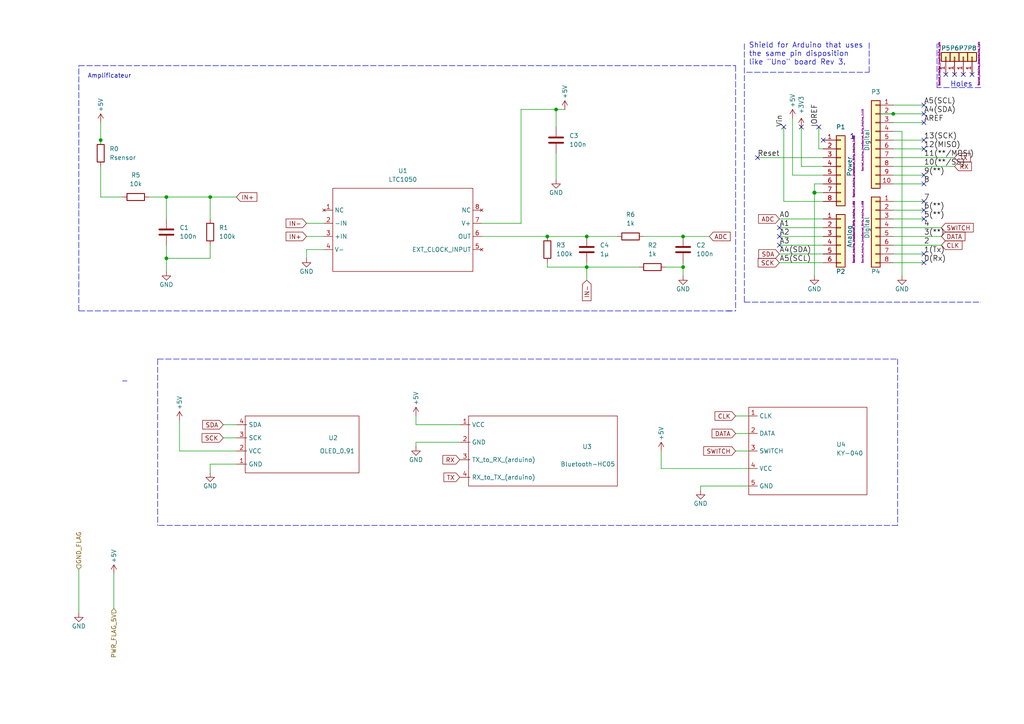
<source format=kicad_sch>
(kicad_sch (version 20211123) (generator eeschema)
  (paper "A4")
  (title_block (date "lun. 30 mars 2015"))
  (lib_symbols
    (symbol "Connector_Generic:Conn_01x01" (pin_names (offset 1.016) hide)
      (property "Reference" "J" (at 0 2.54 0))
      (property "Value" "Conn_01x01" (at 0 -2.54 0))
      (symbol "Conn_01x01_1_1"
        (rectangle (start -1.27 0.127) (end 0 -0.127) (stroke (width 0.1524)))
        (rectangle (start -1.27 1.27) (end 1.27 -1.27) (stroke (width 0.254)) (fill (type background)))
        (pin passive line (at -5.08 0 0) (length 3.81) (name "Pin_1") (number "1"))
      )
    )
    (symbol "Connector_Generic:Conn_01x06" (pin_names (offset 1.016) hide)
      (property "Reference" "J" (at 0 7.62 0))
      (property "Value" "Conn_01x06" (at 0 -10.16 0))
      (symbol "Conn_01x06_1_1"
        (rectangle (start -1.27 -7.493) (end 0 -7.747) (stroke (width 0.1524)))
        (rectangle (start -1.27 -4.953) (end 0 -5.207) (stroke (width 0.1524)))
        (rectangle (start -1.27 -2.413) (end 0 -2.667) (stroke (width 0.1524)))
        (rectangle (start -1.27 0.127) (end 0 -0.127) (stroke (width 0.1524)))
        (rectangle (start -1.27 2.667) (end 0 2.413) (stroke (width 0.1524)))
        (rectangle (start -1.27 5.207) (end 0 4.953) (stroke (width 0.1524)))
        (rectangle (start -1.27 6.35) (end 1.27 -8.89) (stroke (width 0.254)) (fill (type background)))
        (pin passive line (at -5.08 5.08 0) (length 3.81) (name "Pin_1") (number "1"))
        (pin passive line (at -5.08 2.54 0) (length 3.81) (name "Pin_2") (number "2"))
        (pin passive line (at -5.08 0 0) (length 3.81) (name "Pin_3") (number "3"))
        (pin passive line (at -5.08 -2.54 0) (length 3.81) (name "Pin_4") (number "4"))
        (pin passive line (at -5.08 -5.08 0) (length 3.81) (name "Pin_5") (number "5"))
        (pin passive line (at -5.08 -7.62 0) (length 3.81) (name "Pin_6") (number "6"))
      )
    )
    (symbol "Connector_Generic:Conn_01x08" (pin_names (offset 1.016) hide)
      (property "Reference" "J" (at 0 10.16 0))
      (property "Value" "Conn_01x08" (at 0 -12.7 0))
      (symbol "Conn_01x08_1_1"
        (rectangle (start -1.27 -10.033) (end 0 -10.287) (stroke (width 0.1524)))
        (rectangle (start -1.27 -7.493) (end 0 -7.747) (stroke (width 0.1524)))
        (rectangle (start -1.27 -4.953) (end 0 -5.207) (stroke (width 0.1524)))
        (rectangle (start -1.27 -2.413) (end 0 -2.667) (stroke (width 0.1524)))
        (rectangle (start -1.27 0.127) (end 0 -0.127) (stroke (width 0.1524)))
        (rectangle (start -1.27 2.667) (end 0 2.413) (stroke (width 0.1524)))
        (rectangle (start -1.27 5.207) (end 0 4.953) (stroke (width 0.1524)))
        (rectangle (start -1.27 7.747) (end 0 7.493) (stroke (width 0.1524)))
        (rectangle (start -1.27 8.89) (end 1.27 -11.43) (stroke (width 0.254)) (fill (type background)))
        (pin passive line (at -5.08 7.62 0) (length 3.81) (name "Pin_1") (number "1"))
        (pin passive line (at -5.08 5.08 0) (length 3.81) (name "Pin_2") (number "2"))
        (pin passive line (at -5.08 2.54 0) (length 3.81) (name "Pin_3") (number "3"))
        (pin passive line (at -5.08 0 0) (length 3.81) (name "Pin_4") (number "4"))
        (pin passive line (at -5.08 -2.54 0) (length 3.81) (name "Pin_5") (number "5"))
        (pin passive line (at -5.08 -5.08 0) (length 3.81) (name "Pin_6") (number "6"))
        (pin passive line (at -5.08 -7.62 0) (length 3.81) (name "Pin_7") (number "7"))
        (pin passive line (at -5.08 -10.16 0) (length 3.81) (name "Pin_8") (number "8"))
      )
    )
    (symbol "Connector_Generic:Conn_01x10" (pin_names (offset 1.016) hide)
      (property "Reference" "J" (at 0 12.7 0))
      (property "Value" "Conn_01x10" (at 0 -15.24 0))
      (symbol "Conn_01x10_1_1"
        (rectangle (start -1.27 -12.573) (end 0 -12.827) (stroke (width 0.1524)))
        (rectangle (start -1.27 -10.033) (end 0 -10.287) (stroke (width 0.1524)))
        (rectangle (start -1.27 -7.493) (end 0 -7.747) (stroke (width 0.1524)))
        (rectangle (start -1.27 -4.953) (end 0 -5.207) (stroke (width 0.1524)))
        (rectangle (start -1.27 -2.413) (end 0 -2.667) (stroke (width 0.1524)))
        (rectangle (start -1.27 0.127) (end 0 -0.127) (stroke (width 0.1524)))
        (rectangle (start -1.27 2.667) (end 0 2.413) (stroke (width 0.1524)))
        (rectangle (start -1.27 5.207) (end 0 4.953) (stroke (width 0.1524)))
        (rectangle (start -1.27 7.747) (end 0 7.493) (stroke (width 0.1524)))
        (rectangle (start -1.27 10.287) (end 0 10.033) (stroke (width 0.1524)))
        (rectangle (start -1.27 11.43) (end 1.27 -13.97) (stroke (width 0.254)) (fill (type background)))
        (pin passive line (at -5.08 10.16 0) (length 3.81) (name "Pin_1") (number "1"))
        (pin passive line (at -5.08 -12.7 0) (length 3.81) (name "Pin_10") (number "10"))
        (pin passive line (at -5.08 7.62 0) (length 3.81) (name "Pin_2") (number "2"))
        (pin passive line (at -5.08 5.08 0) (length 3.81) (name "Pin_3") (number "3"))
        (pin passive line (at -5.08 2.54 0) (length 3.81) (name "Pin_4") (number "4"))
        (pin passive line (at -5.08 0 0) (length 3.81) (name "Pin_5") (number "5"))
        (pin passive line (at -5.08 -2.54 0) (length 3.81) (name "Pin_6") (number "6"))
        (pin passive line (at -5.08 -5.08 0) (length 3.81) (name "Pin_7") (number "7"))
        (pin passive line (at -5.08 -7.62 0) (length 3.81) (name "Pin_8") (number "8"))
        (pin passive line (at -5.08 -10.16 0) (length 3.81) (name "Pin_9") (number "9"))
      )
    )
    (symbol "Device:C" (pin_numbers hide) (pin_names (offset 0.254))
      (property "Reference" "C" (at 0.635 2.54 0))
      (property "Value" "C" (at 0.635 -2.54 0))
      (symbol "C_0_1"
        (polyline (pts (xy -2.032 -0.762) (xy 2.032 -0.762)) (stroke (width 0.508)))
        (polyline (pts (xy -2.032 0.762) (xy 2.032 0.762)) (stroke (width 0.508)))
      )
      (symbol "C_1_1"
        (pin passive line (at 0 3.81 270) (length 2.794) (name "~") (number "1"))
        (pin passive line (at 0 -3.81 90) (length 2.794) (name "~") (number "2"))
      )
    )
    (symbol "Device:R" (pin_numbers hide) (pin_names (offset 0))
      (property "Reference" "R" (at 2.032 0 90))
      (property "Value" "R" (at 0 0 90))
      (symbol "R_0_1"
        (rectangle (start -1.016 -2.54) (end 1.016 2.54) (stroke (width 0.254)))
      )
      (symbol "R_1_1"
        (pin passive line (at 0 3.81 270) (length 1.27) (name "~") (number "1"))
        (pin passive line (at 0 -3.81 90) (length 1.27) (name "~") (number "2"))
      )
    )
    (symbol "Librairie_Projet_Graphene:Bluetooth-HC05"
      (property "Reference" "U3" (at 0 0 0))
      (property "Value" "Bluetooth-HC05" (at 0 -2.54 0))
      (symbol "Bluetooth-HC05_0_1"
        (rectangle (start -21.59 -3.81) (end 21.59 -24.13))
      )
      (symbol "Bluetooth-HC05_1_1"
        (pin input line (at -24.13 -6.35 0) (length 3) (name "VCC") (number "1"))
        (pin input line (at -24.13 -11.43 0) (length 3) (name "GND") (number "2"))
        (pin input line (at -24.13 -16.51 0) (length 3) (name "TX_to_RX_(arduino)") (number "3"))
        (pin input line (at -24.13 -21.59 0) (length 3) (name "RX_to_TX_(arduino)") (number "4"))
      )
    )
    (symbol "Librairie_Projet_Graphene:KY-040"
      (property "Reference" "U4" (at 19.05 -0.6349 0))
      (property "Value" "KY-040" (at 19.05 -3.1749 0))
      (symbol "KY-040_0_1"
        (rectangle (start -6.35 10.16) (end 27.94 -15.24))
      )
      (symbol "KY-040_1_1"
        (pin input line (at -6.35 7.62 0) (length 2.54) (name "CLK") (number "1"))
        (pin input line (at -6.35 2.54 0) (length 2.54) (name "DATA") (number "2"))
        (pin input line (at -6.35 -2.54 0) (length 2.54) (name "SWITCH") (number "3"))
        (pin input line (at -6.35 -7.62 0) (length 2.54) (name "VCC") (number "4"))
        (pin input line (at -6.35 -12.7 0) (length 2.54) (name "GND") (number "5"))
      )
    )
    (symbol "Librairie_Projet_Graphene:LTC1050"
      (property "Reference" "U1" (at 17.78 5.08 0))
      (property "Value" "LTC1050" (at 17.78 2.54 0))
      (symbol "LTC1050_0_1"
        (rectangle (start -3.81 1.27) (end 36.83 -22.86))
      )
      (symbol "LTC1050_1_1"
        (pin no_connect line (at -6.35 -5.08 0) (length 2.54) (name "NC") (number "1"))
        (pin input line (at -6.35 -8.89 0) (length 2.54) (name "-IN") (number "2"))
        (pin input line (at -6.35 -12.7 0) (length 2.54) (name "+IN") (number "3"))
        (pin input line (at -6.35 -16.51 0) (length 2.54) (name "V-") (number "4"))
        (pin no_connect line (at 39.37 -16.51 180) (length 2.54) (name "EXT_CLOCK_INPUT") (number "5"))
        (pin output line (at 39.37 -12.7 180) (length 2.54) (name "OUT") (number "6"))
        (pin input line (at 39.37 -8.89 180) (length 2.54) (name "V+") (number "7"))
        (pin no_connect line (at 39.37 -5.08 180) (length 2.54) (name "NC") (number "8"))
      )
    )
    (symbol "Librairie_Projet_Graphene:OLED_0.91"
      (property "Reference" "U2" (at 7.62 -7.62 0))
      (property "Value" "OLED_0.91" (at 7.62 -11.43 0))
      (symbol "OLED_0.91_0_1"
        (rectangle (start 16.51 -19.05) (end -16.51 -2.54))
      )
      (symbol "OLED_0.91_1_1"
        (pin input line (at -19.05 -16.51 0) (length 3) (name "GND") (number "1"))
        (pin input line (at -19.05 -12.7 0) (length 3) (name "VCC") (number "2"))
        (pin input line (at -19.05 -8.89 0) (length 3) (name "SCK") (number "3"))
        (pin input line (at -19.05 -5.08 0) (length 3) (name "SDA") (number "4"))
      )
    )
    (symbol "power:+3.3V" (power) (pin_names (offset 0))
      (property "Value" "+3.3V" (at 0 3.556 0))
      (symbol "+3.3V_0_1"
        (polyline (pts (xy -0.762 1.27) (xy 0 2.54)))
        (polyline (pts (xy 0 0) (xy 0 2.54)))
        (polyline (pts (xy 0 2.54) (xy 0.762 1.27)))
      )
      (symbol "+3.3V_1_1"
        (pin power_in line (at 0 0 90) (length 0) hide (name "+3V3") (number "1"))
      )
    )
    (symbol "power:+5V" (power) (pin_names (offset 0))
      (property "Value" "+5V" (at 0 3.556 0))
      (symbol "+5V_0_1"
        (polyline (pts (xy -0.762 1.27) (xy 0 2.54)))
        (polyline (pts (xy 0 0) (xy 0 2.54)))
        (polyline (pts (xy 0 2.54) (xy 0.762 1.27)))
      )
      (symbol "+5V_1_1"
        (pin power_in line (at 0 0 90) (length 0) hide (name "+5V") (number "1"))
      )
    )
    (symbol "power:GND" (power) (pin_names (offset 0))
      (property "Value" "GND" (at 0 -3.81 0))
      (symbol "GND_0_1"
        (polyline (pts (xy 0 0) (xy 0 -1.27) (xy 1.27 -1.27) (xy 0 -2.54) (xy -1.27 -1.27) (xy 0 -1.27)))
      )
      (symbol "GND_1_1"
        (pin power_in line (at 0 0 270) (length 0) hide (name "GND") (number "1"))
      )
    )
  )
  (junction (at 48.26 57.15))
  (junction (at 198.12 77.47))
  (junction (at 161.29 31.75))
  (junction (at 60.96 57.15))
  (junction (at 29.21 40.64))
  (junction (at 170.18 68.58))
  (junction (at 170.18 77.47))
  (junction (at 48.26 74.93))
  (junction (at 259.08 33.02))
  (junction (at 198.12 68.58))
  (junction (at 158.75 68.58))
  (junction (at 236.22 55.88) (diameter 1.016))
  (no_connect (at 232.41 36.83))
  (no_connect (at 237.49 36.83))
  (no_connect (at 219.71 45.72))
  (no_connect (at 279.4 21.59))
  (no_connect (at 274.32 21.59))
  (no_connect (at 267.97 30.48))
  (no_connect (at 267.97 33.02))
  (no_connect (at 267.97 35.56))
  (no_connect (at 267.97 40.64))
  (no_connect (at 227.33 36.83))
  (no_connect (at 267.97 58.42))
  (no_connect (at 267.97 60.96))
  (no_connect (at 267.97 63.5))
  (no_connect (at 267.97 43.18))
  (no_connect (at 267.97 50.8))
  (no_connect (at 267.97 53.34))
  (no_connect (at 267.97 73.66))
  (no_connect (at 267.97 76.2))
  (no_connect (at 226.06 71.12))
  (no_connect (at 226.06 68.58))
  (no_connect (at 226.06 66.04))
  (no_connect (at 276.86 21.59))
  (no_connect (at 281.94 21.59))
  (no_connect (at 238.76 40.64))
  (wire (pts (xy 88.9 68.58) (xy 93.98 68.58)))
  (wire (pts (xy 198.12 68.58) (xy 205.74 68.58)))
  (wire (pts (xy 238.76 48.26) (xy 232.41 48.26)))
  (wire (pts (xy 238.76 71.12) (xy 226.06 71.12)))
  (wire (pts (xy 255.27 33.02) (xy 259.08 33.02)))
  (wire (pts (xy 151.13 31.75) (xy 151.13 64.77)))
  (wire (pts (xy 151.13 64.77) (xy 139.7 64.77)))
  (wire (pts (xy 259.08 33.02) (xy 267.97 33.02)))
  (wire (pts (xy 170.18 76.2) (xy 170.18 77.47)))
  (polyline (pts (xy 252.095 20.955) (xy 252.095 12.065)) (stroke (width 0) (type dash)))
  (wire (pts (xy 139.7 68.58) (xy 158.75 68.58)))
  (wire (pts (xy 161.29 31.75) (xy 151.13 31.75)))
  (wire (pts (xy 213.36 125.73) (xy 217.17 125.73)))
  (polyline (pts (xy 210.82 90.17) (xy 213.36 90.17)))
  (wire (pts (xy 60.96 134.62) (xy 60.96 137.16)))
  (wire (pts (xy 259.08 63.5) (xy 267.97 63.5)))
  (wire (pts (xy 203.2 140.97) (xy 217.17 140.97)))
  (wire (pts (xy 29.21 40.64) (xy 29.21 41.91)))
  (wire (pts (xy 88.9 64.77) (xy 93.98 64.77)))
  (polyline (pts (xy 260.35 104.14) (xy 260.35 152.4)))
  (wire (pts (xy 203.2 142.24) (xy 203.2 140.97)))
  (wire (pts (xy 186.69 68.58) (xy 198.12 68.58)))
  (polyline (pts (xy 45.72 104.14) (xy 45.72 152.4)))
  (wire (pts (xy 161.29 44.45) (xy 161.29 52.07)))
  (wire (pts (xy 236.22 53.34) (xy 236.22 55.88)))
  (wire (pts (xy 259.08 43.18) (xy 267.97 43.18)))
  (wire (pts (xy 261.62 38.1) (xy 261.62 80.01)))
  (wire (pts (xy 238.76 53.34) (xy 236.22 53.34)))
  (wire (pts (xy 158.75 77.47) (xy 170.18 77.47)))
  (wire (pts (xy 29.21 48.26) (xy 29.21 57.15)))
  (wire (pts (xy 198.12 76.2) (xy 198.12 77.47)))
  (wire (pts (xy 88.9 72.39) (xy 88.9 74.93)))
  (wire (pts (xy 60.96 63.5) (xy 60.96 57.15)))
  (wire (pts (xy 213.36 130.81) (xy 217.17 130.81)))
  (wire (pts (xy 22.86 165.1) (xy 22.86 177.8)))
  (wire (pts (xy 158.75 68.58) (xy 170.18 68.58)))
  (wire (pts (xy 259.08 53.34) (xy 267.97 53.34)))
  (wire (pts (xy 237.49 43.18) (xy 238.76 43.18)))
  (wire (pts (xy 238.76 50.8) (xy 229.87 50.8)))
  (wire (pts (xy 48.26 74.93) (xy 48.26 78.74)))
  (wire (pts (xy 259.08 40.64) (xy 267.97 40.64)))
  (wire (pts (xy 259.08 58.42) (xy 267.97 58.42)))
  (wire (pts (xy 238.76 66.04) (xy 226.06 66.04)))
  (wire (pts (xy 120.65 129.54) (xy 120.65 128.27)))
  (wire (pts (xy 43.18 57.15) (xy 48.26 57.15)))
  (wire (pts (xy 48.26 71.12) (xy 48.26 74.93)))
  (wire (pts (xy 259.08 71.12) (xy 273.05 71.12)))
  (wire (pts (xy 133.35 123.19) (xy 120.65 123.19)))
  (polyline (pts (xy 35.56 110.49) (xy 36.83 110.49)))
  (polyline (pts (xy 22.86 90.17) (xy 22.86 19.05)))
  (wire (pts (xy 238.76 58.42) (xy 227.33 58.42)))
  (wire (pts (xy 48.26 57.15) (xy 48.26 63.5)))
  (wire (pts (xy 48.26 57.15) (xy 60.96 57.15)))
  (polyline (pts (xy 22.86 19.05) (xy 213.36 19.05)))
  (wire (pts (xy 170.18 68.58) (xy 179.07 68.58)))
  (polyline (pts (xy 212.09 90.17) (xy 22.86 90.17)))
  (wire (pts (xy 238.76 63.5) (xy 226.06 63.5)))
  (wire (pts (xy 259.08 30.48) (xy 267.97 30.48)))
  (wire (pts (xy 29.21 35.56) (xy 29.21 40.64)))
  (wire (pts (xy 259.08 45.72) (xy 276.86 45.72)))
  (wire (pts (xy 238.76 73.66) (xy 226.06 73.66)))
  (wire (pts (xy 68.58 130.81) (xy 52.07 130.81)))
  (polyline (pts (xy 284.48 25.4) (xy 271.78 25.4)) (stroke (width 0) (type dash)))
  (wire (pts (xy 120.65 123.19) (xy 120.65 120.65)))
  (wire (pts (xy 238.76 45.72) (xy 219.71 45.72)))
  (wire (pts (xy 93.98 72.39) (xy 88.9 72.39)))
  (wire (pts (xy 259.08 38.1) (xy 261.62 38.1)))
  (wire (pts (xy 238.76 55.88) (xy 236.22 55.88)))
  (wire (pts (xy 259.08 50.8) (xy 267.97 50.8)))
  (wire (pts (xy 64.77 127) (xy 68.58 127)))
  (wire (pts (xy 161.29 31.75) (xy 163.83 31.75)))
  (wire (pts (xy 236.22 55.88) (xy 236.22 80.01)))
  (wire (pts (xy 120.65 128.27) (xy 133.35 128.27)))
  (wire (pts (xy 227.33 58.42) (xy 227.33 36.83)))
  (wire (pts (xy 170.18 77.47) (xy 185.42 77.47)))
  (polyline (pts (xy 215.9 87.63) (xy 284.48 87.63)) (stroke (width 0) (type dash)))
  (wire (pts (xy 259.08 68.58) (xy 273.05 68.58)))
  (wire (pts (xy 52.07 130.81) (xy 52.07 121.92)))
  (wire (pts (xy 238.76 76.2) (xy 226.06 76.2)))
  (wire (pts (xy 64.77 123.19) (xy 68.58 123.19)))
  (wire (pts (xy 217.17 135.89) (xy 191.77 135.89)))
  (wire (pts (xy 259.08 73.66) (xy 267.97 73.66)))
  (polyline (pts (xy 271.78 25.4) (xy 271.78 12.7)) (stroke (width 0) (type dash)))
  (wire (pts (xy 161.29 31.75) (xy 161.29 36.83)))
  (wire (pts (xy 29.21 57.15) (xy 35.56 57.15)))
  (wire (pts (xy 259.08 60.96) (xy 267.97 60.96)))
  (polyline (pts (xy 260.35 152.4) (xy 45.72 152.4)))
  (wire (pts (xy 229.87 50.8) (xy 229.87 34.29)))
  (wire (pts (xy 68.58 134.62) (xy 60.96 134.62)))
  (polyline (pts (xy 213.36 19.05) (xy 213.36 90.17)))
  (wire (pts (xy 33.02 166.37) (xy 33.02 176.53)))
  (polyline (pts (xy 45.72 104.14) (xy 260.35 104.14)))
  (wire (pts (xy 60.96 71.12) (xy 60.96 74.93)))
  (wire (pts (xy 259.08 66.04) (xy 273.05 66.04)))
  (wire (pts (xy 259.08 35.56) (xy 267.97 35.56)))
  (polyline (pts (xy 215.9 12.7) (xy 215.9 87.63)) (stroke (width 0) (type dash)))
  (wire (pts (xy 158.75 76.2) (xy 158.75 77.47)))
  (wire (pts (xy 213.36 120.65) (xy 217.17 120.65)))
  (wire (pts (xy 170.18 77.47) (xy 170.18 81.28)))
  (wire (pts (xy 193.04 77.47) (xy 198.12 77.47)))
  (wire (pts (xy 60.96 57.15) (xy 68.58 57.15)))
  (wire (pts (xy 232.41 48.26) (xy 232.41 36.83)))
  (wire (pts (xy 237.49 36.83) (xy 237.49 43.18)))
  (wire (pts (xy 259.08 76.2) (xy 267.97 76.2)))
  (wire (pts (xy 259.08 48.26) (xy 276.86 48.26)))
  (wire (pts (xy 48.26 74.93) (xy 60.96 74.93)))
  (wire (pts (xy 191.77 135.89) (xy 191.77 130.81)))
  (wire (pts (xy 238.76 68.58) (xy 226.06 68.58)))
  (polyline (pts (xy 216.535 20.955) (xy 252.095 20.955)) (stroke (width 0) (type dash)))
  (wire (pts (xy 198.12 77.47) (xy 198.12 80.01)))
  (text "Holes" (at 275.59 25.4 0) (effects (font (size 1.524 1.524)) (justify left bottom)))
  (text "Shield for Arduino that uses\nthe same pin disposition\nlike \"Uno\" board Rev 3." (at 217.17 19.05 0) (effects (font (size 1.524 1.524)) (justify left bottom)))
  (text "Amplificateur\n" (at 25.4 22.86 0) (effects (font (size 1.27 1.27)) (justify left bottom)))
  (text "1" (at 246.38 40.64 0) (effects (font (size 1.524 1.524)) (justify left bottom)))
  (label "Vin" (at 227.33 36.83 90) (effects (font (size 1.524 1.524))))
  (label "0(Rx)" (at 267.97 76.2 0) (effects (font (size 1.524 1.524))))
  (label "A4(SDA)" (at 226.06 73.66 0) (effects (font (size 1.524 1.524))))
  (label "4" (at 267.97 66.04 0) (effects (font (size 1.524 1.524))))
  (label "5(**)" (at 267.97 63.5 0) (effects (font (size 1.524 1.524))))
  (label "A2" (at 226.06 68.58 0) (effects (font (size 1.524 1.524))))
  (label "A5(SCL)" (at 226.06 76.2 0) (effects (font (size 1.524 1.524))))
  (label "A0" (at 226.06 63.5 0) (effects (font (size 1.524 1.524))))
  (label "A1" (at 226.06 66.04 0) (effects (font (size 1.524 1.524))))
  (label "10(**/SS)" (at 267.97 48.26 0) (effects (font (size 1.524 1.524))))
  (label "13(SCK)" (at 267.97 40.64 0) (effects (font (size 1.524 1.524))))
  (label "7" (at 267.97 58.42 0) (effects (font (size 1.524 1.524))))
  (label "A4(SDA)" (at 267.97 33.02 0) (effects (font (size 1.524 1.524))))
  (label "A3" (at 226.06 71.12 0) (effects (font (size 1.524 1.524))))
  (label "Reset" (at 219.71 45.72 0) (effects (font (size 1.524 1.524))))
  (label "2" (at 267.97 71.12 0) (effects (font (size 1.524 1.524))))
  (label "12(MISO)" (at 267.97 43.18 0) (effects (font (size 1.524 1.524))))
  (label "3(**)" (at 267.97 68.58 0) (effects (font (size 1.524 1.524))))
  (label "9(**)" (at 267.97 50.8 0) (effects (font (size 1.524 1.524))))
  (label "8" (at 267.97 53.34 0) (effects (font (size 1.524 1.524))))
  (label "A5(SCL)" (at 267.97 30.48 0) (effects (font (size 1.524 1.524))))
  (label "IOREF" (at 237.49 36.83 90) (effects (font (size 1.524 1.524))))
  (label "AREF" (at 267.97 35.56 0) (effects (font (size 1.524 1.524))))
  (label "11(**/MOSI)" (at 267.97 45.72 0) (effects (font (size 1.524 1.524))))
  (label "1(Tx)" (at 267.97 73.66 0) (effects (font (size 1.524 1.524))))
  (label "6(**)" (at 267.97 60.96 0) (effects (font (size 1.524 1.524))))
  (global_label "SDA" (shape input) (at 226.06 73.66 180) (property "Intersheet References" "${INTERSHEET_REFS}" (effects hide)))
  (global_label "RX" (shape input) (at 133.35 133.35 180) (property "Intersheet References" "${INTERSHEET_REFS}" (effects hide)))
  (global_label "TX" (shape input) (at 276.86 45.72 0) (property "Intersheet References" "${INTERSHEET_REFS}" (effects hide)))
  (global_label "DATA" (shape input) (at 213.36 125.73 180) (property "Intersheet References" "${INTERSHEET_REFS}" (effects hide)))
  (global_label "SWITCH" (shape input) (at 213.36 130.81 180) (property "Intersheet References" "${INTERSHEET_REFS}" (effects hide)))
  (global_label "DATA" (shape input) (at 273.05 68.58 0) (property "Intersheet References" "${INTERSHEET_REFS}" (effects hide)))
  (global_label "ADC" (shape input) (at 205.74 68.58 0) (property "Intersheet References" "${INTERSHEET_REFS}" (effects hide)))
  (global_label "SWITCH" (shape input) (at 273.05 66.04 0) (property "Intersheet References" "${INTERSHEET_REFS}" (effects hide)))
  (global_label "SCK" (shape input) (at 64.77 127 180) (property "Intersheet References" "${INTERSHEET_REFS}" (effects hide)))
  (global_label "ADC" (shape input) (at 226.06 63.5 180) (property "Intersheet References" "${INTERSHEET_REFS}" (effects hide)))
  (global_label "IN+" (shape input) (at 68.58 57.15 0) (property "Intersheet References" "${INTERSHEET_REFS}" (effects hide)))
  (global_label "CLK" (shape input) (at 213.36 120.65 180) (property "Intersheet References" "${INTERSHEET_REFS}" (effects hide)))
  (global_label "IN-" (shape input) (at 88.9 64.77 180) (property "Intersheet References" "${INTERSHEET_REFS}" (effects hide)))
  (global_label "TX" (shape input) (at 133.35 138.43 180) (property "Intersheet References" "${INTERSHEET_REFS}" (effects hide)))
  (global_label "RX" (shape input) (at 276.86 48.26 0) (property "Intersheet References" "${INTERSHEET_REFS}" (effects hide)))
  (global_label "IN+" (shape input) (at 88.9 68.58 180) (property "Intersheet References" "${INTERSHEET_REFS}" (effects hide)))
  (global_label "SDA" (shape input) (at 64.77 123.19 180) (property "Intersheet References" "${INTERSHEET_REFS}" (effects hide)))
  (global_label "IN-" (shape input) (at 170.18 81.28 270) (property "Intersheet References" "${INTERSHEET_REFS}" (effects hide)))
  (global_label "CLK" (shape input) (at 273.05 71.12 0) (property "Intersheet References" "${INTERSHEET_REFS}" (effects hide)))
  (global_label "SCK" (shape input) (at 226.06 76.2 180) (property "Intersheet References" "${INTERSHEET_REFS}" (effects hide)))
  (hierarchical_label "PWR_FLAG_5V" (shape input) (at 33.02 176.53 270))
  (hierarchical_label "GND_FLAG" (shape input) (at 22.86 165.1 90))
  (symbol (lib_id "Connector_Generic:Conn_01x08") (at 243.84 48.26 0) (unit 1)
    (property "Reference" "P1" (at 243.84 36.83 0))
    (property "Value" "Power" (at 246.38 48.26 90))
    (property "Footprint" "Socket_Arduino_Uno:Socket_Strip_Arduino_1x08" (at 247.65 48.26 90) (effects (font (size 0.508 0.508))))
  )
  (symbol (lib_id "power:+3.3V") (at 232.41 36.83 0) (unit 1)
    (property "Reference" "#PWR01" (effects hide))
    (property "Value" "+3.3V" (at 232.41 30.48 90))
  )
  (symbol (lib_id "power:+5V") (at 229.87 34.29 0) (unit 1)
    (property "Reference" "#PWR02" (effects hide))
    (property "Value" "+5V" (at 229.87 29.21 90))
  )
  (symbol (lib_id "power:GND") (at 236.22 80.01 0) (unit 1)
    (property "Reference" "#PWR03" (effects hide))
    (property "Value" "GND" (at 236.22 83.82 0))
  )
  (symbol (lib_id "power:GND") (at 261.62 80.01 0) (unit 1)
    (property "Reference" "#PWR04" (effects hide))
    (property "Value" "GND" (at 261.62 83.82 0))
  )
  (symbol (lib_id "Connector_Generic:Conn_01x06") (at 243.84 68.58 0) (unit 1)
    (property "Reference" "P2" (at 243.84 78.74 0))
    (property "Value" "Analog" (at 246.38 68.58 90))
    (property "Footprint" "Socket_Arduino_Uno:Socket_Strip_Arduino_1x06" (at 247.65 67.31 90) (effects (font (size 0.508 0.508))))
  )
  (symbol (lib_id "Connector_Generic:Conn_01x01") (at 274.32 16.51 90) (unit 1)
    (property "Reference" "P5" (at 274.32 13.97 90))
    (property "Value" "CONN_01X01" (effects hide))
    (property "Footprint" "Socket_Arduino_Uno:Arduino_1pin" (at 272.4404 18.5166 0) (effects (font (size 0.508 0.508))))
  )
  (symbol (lib_id "Connector_Generic:Conn_01x01") (at 276.86 16.51 90) (unit 1)
    (property "Reference" "P6" (at 276.86 13.97 90))
    (property "Value" "CONN_01X01" (effects hide))
    (property "Footprint" "Socket_Arduino_Uno:Arduino_1pin" (effects hide))
  )
  (symbol (lib_id "Connector_Generic:Conn_01x01") (at 279.4 16.51 90) (unit 1)
    (property "Reference" "P7" (at 279.4 13.97 90))
    (property "Value" "CONN_01X01" (effects hide))
    (property "Footprint" "Socket_Arduino_Uno:Arduino_1pin" (effects hide))
  )
  (symbol (lib_id "Connector_Generic:Conn_01x01") (at 281.94 16.51 90) (unit 1)
    (property "Reference" "P8" (at 281.94 13.97 90))
    (property "Value" "CONN_01X01" (effects hide))
    (property "Footprint" "Socket_Arduino_Uno:Arduino_1pin" (at 283.9212 18.4404 0) (effects (font (size 0.508 0.508))))
  )
  (symbol (lib_id "Connector_Generic:Conn_01x08") (at 254 66.04 0) (mirror y) (unit 1)
    (property "Reference" "P4" (at 254 78.74 0))
    (property "Value" "Digital" (at 251.46 66.04 90))
    (property "Footprint" "Socket_Arduino_Uno:Socket_Strip_Arduino_1x08" (at 250.19 67.31 90) (effects (font (size 0.508 0.508))))
  )
  (symbol (lib_id "Connector_Generic:Conn_01x10") (at 254 40.64 0) (mirror y) (unit 1)
    (property "Reference" "P3" (at 254 26.67 0))
    (property "Value" "Digital" (at 251.46 40.64 90))
    (property "Footprint" "Socket_Arduino_Uno:Socket_Strip_Arduino_1x10" (at 250.19 40.64 90) (effects (font (size 0.508 0.508))))
  )
  (symbol (lib_id "power:GND") (at 88.9 74.93 0) (unit 1)
    (property "Reference" "#PWR0106" (effects hide))
    (property "Value" "GND" (at 88.9 78.74 0))
  )
  (symbol (lib_id "power:+5V") (at 52.07 121.92 0) (unit 1)
    (property "Reference" "#PWR0108" (effects hide))
    (property "Value" "+5V" (at 52.07 116.84 90))
  )
  (symbol (lib_id "Device:C") (at 161.29 40.64 0) (unit 1)
    (property "Reference" "C3" (at 165.1 39.3699 0) (effects (justify left)))
    (property "Value" "100n" (at 165.1 41.9099 0) (effects (justify left)))
    (property "Footprint" "Capacitor_THT:C_Disc_D7.5mm_W5.0mm_P5.00mm" (effects hide))
  )
  (symbol (lib_id "power:GND") (at 120.65 129.54 0) (unit 1)
    (property "Reference" "#PWR0114" (effects hide))
    (property "Value" "GND" (at 120.65 133.35 0))
  )
  (symbol (lib_id "Device:R") (at 158.75 72.39 0) (unit 1)
    (property "Reference" "R3" (at 161.29 71.1199 0) (effects (justify left)))
    (property "Value" "100k" (at 161.29 73.6599 0) (effects (justify left)))
    (property "Footprint" "Resistor_THT:R_Axial_DIN0204_L3.6mm_D1.6mm_P7.62mm_Horizontal" (effects hide))
  )
  (symbol (lib_id "Device:R") (at 60.96 67.31 180) (unit 1)
    (property "Reference" "R1" (at 63.5 66.0399 0) (effects (justify right)))
    (property "Value" "100k" (at 63.5 68.5799 0) (effects (justify right)))
    (property "Footprint" "Resistor_THT:R_Axial_DIN0204_L3.6mm_D1.6mm_P7.62mm_Horizontal" (effects hide))
  )
  (symbol (lib_id "Device:C") (at 198.12 72.39 0) (unit 1)
    (property "Reference" "C2" (at 201.93 71.1199 0) (effects (justify left)))
    (property "Value" "100n" (at 201.93 73.6599 0) (effects (justify left)))
    (property "Footprint" "Capacitor_THT:C_Disc_D7.5mm_W5.0mm_P5.00mm" (effects hide))
  )
  (symbol (lib_id "Librairie_Projet_Graphene:Bluetooth-HC05") (at 157.48 116.84 0) (unit 1)
    (property "Reference" "U3" (at 168.91 129.54 0) (effects (justify left)))
    (property "Value" "Bluetooth-HC05" (at 162.56 134.62 0) (effects (justify left)))
    (property "Footprint" "Librairie_Projet_Empreinte:Bluetooth" (effects hide))
  )
  (symbol (lib_id "Device:R") (at 189.23 77.47 90) (unit 1)
    (property "Reference" "R2" (at 189.23 71.12 90))
    (property "Value" "1k" (at 189.23 73.66 90))
    (property "Footprint" "Resistor_THT:R_Axial_DIN0204_L3.6mm_D1.6mm_P7.62mm_Horizontal" (effects hide))
  )
  (symbol (lib_id "power:+5V") (at 163.83 31.75 0) (unit 1)
    (property "Reference" "#PWR0105" (effects hide))
    (property "Value" "+5V" (at 163.83 26.67 90))
  )
  (symbol (lib_id "Device:R") (at 29.21 44.45 0) (unit 1)
    (property "Reference" "R0" (at 31.75 43.1799 0) (effects (justify left)))
    (property "Value" "Rsensor" (at 31.75 45.7199 0) (effects (justify left)))
    (property "Footprint" "Resistor_THT:R_Axial_DIN0204_L3.6mm_D1.6mm_P7.62mm_Horizontal" (effects hide))
  )
  (symbol (lib_id "Device:R") (at 182.88 68.58 90) (unit 1)
    (property "Reference" "R6" (at 182.88 62.23 90))
    (property "Value" "1k" (at 182.88 64.77 90))
    (property "Footprint" "Resistor_THT:R_Axial_DIN0204_L3.6mm_D1.6mm_P7.62mm_Horizontal" (effects hide))
  )
  (symbol (lib_id "Librairie_Projet_Graphene:OLED_0.91") (at 87.63 118.11 0) (unit 1)
    (property "Reference" "U2" (at 95.25 127 0) (effects (justify left)))
    (property "Value" "OLED_0.91" (at 92.71 130.81 0) (effects (justify left)))
    (property "Footprint" "Librairie_Projet_Empreinte:SIP-4" (effects hide))
  )
  (symbol (lib_id "power:+5V") (at 120.65 120.65 0) (unit 1)
    (property "Reference" "#PWR0110" (effects hide))
    (property "Value" "+5V" (at 120.65 115.57 90))
  )
  (symbol (lib_id "power:GND") (at 203.2 142.24 0) (unit 1)
    (property "Reference" "#PWR0109" (effects hide))
    (property "Value" "GND" (at 203.2 146.05 0))
  )
  (symbol (lib_id "power:+5V") (at 191.77 130.81 0) (unit 1)
    (property "Reference" "#PWR0113" (effects hide))
    (property "Value" "+5V" (at 191.77 125.73 90))
  )
  (symbol (lib_id "power:+5V") (at 29.21 35.56 0) (unit 1)
    (property "Reference" "#PWR0102" (effects hide))
    (property "Value" "+5V" (at 29.21 30.48 90))
  )
  (symbol (lib_id "power:GND") (at 161.29 52.07 0) (unit 1)
    (property "Reference" "#PWR0104" (effects hide))
    (property "Value" "GND" (at 161.29 55.88 0))
  )
  (symbol (lib_id "Device:C") (at 170.18 72.39 0) (unit 1)
    (property "Reference" "C4" (at 173.99 71.1199 0) (effects (justify left)))
    (property "Value" "1µ" (at 173.99 73.6599 0) (effects (justify left)))
    (property "Footprint" "Capacitor_THT:C_Disc_D7.5mm_W5.0mm_P5.00mm" (effects hide))
  )
  (symbol (lib_id "power:+5V") (at 33.02 166.37 0) (unit 1)
    (property "Reference" "#PWR0112" (effects hide))
    (property "Value" "+5V" (at 33.02 161.29 90))
  )
  (symbol (lib_id "Librairie_Projet_Graphene:KY-040") (at 223.52 128.27 0) (unit 1)
    (property "Reference" "U4" (at 242.57 128.9049 0) (effects (justify left)))
    (property "Value" "KY-040" (at 242.57 131.4449 0) (effects (justify left)))
    (property "Footprint" "Librairie_Projet_Empreinte:KY-040" (effects hide))
  )
  (symbol (lib_id "power:GND") (at 22.86 177.8 0) (unit 1)
    (property "Reference" "#PWR0115" (effects hide))
    (property "Value" "GND" (at 22.86 181.61 0))
  )
  (symbol (lib_id "Device:C") (at 48.26 67.31 0) (unit 1)
    (property "Reference" "C1" (at 52.07 66.0399 0) (effects (justify left)))
    (property "Value" "100n" (at 52.07 68.5799 0) (effects (justify left)))
    (property "Footprint" "Capacitor_THT:C_Disc_D7.5mm_W5.0mm_P5.00mm" (effects hide))
  )
  (symbol (lib_id "power:GND") (at 198.12 80.01 0) (unit 1)
    (property "Reference" "#PWR0101" (effects hide))
    (property "Value" "GND" (at 198.12 83.82 0))
  )
  (symbol (lib_id "Librairie_Projet_Graphene:LTC1050") (at 100.33 55.88 0) (unit 1)
    (property "Reference" "U1" (at 116.84 49.53 0))
    (property "Value" "LTC1050" (at 116.84 52.07 0))
    (property "Footprint" "Librairie_Projet_Empreinte:DIP-8_296" (effects hide))
  )
  (symbol (lib_id "Device:R") (at 39.37 57.15 90) (unit 1)
    (property "Reference" "R5" (at 39.37 50.8 90))
    (property "Value" "10k" (at 39.37 53.34 90))
    (property "Footprint" "Resistor_THT:R_Axial_DIN0204_L3.6mm_D1.6mm_P7.62mm_Horizontal" (effects hide))
  )
  (symbol (lib_id "power:GND") (at 60.96 137.16 0) (unit 1)
    (property "Reference" "#PWR0107" (effects hide))
    (property "Value" "GND" (at 60.96 140.97 0))
  )
  (symbol (lib_id "power:GND") (at 48.26 78.74 0) (unit 1)
    (property "Reference" "#PWR0103" (effects hide))
    (property "Value" "GND" (at 48.26 82.55 0))
  )
)
</source>
